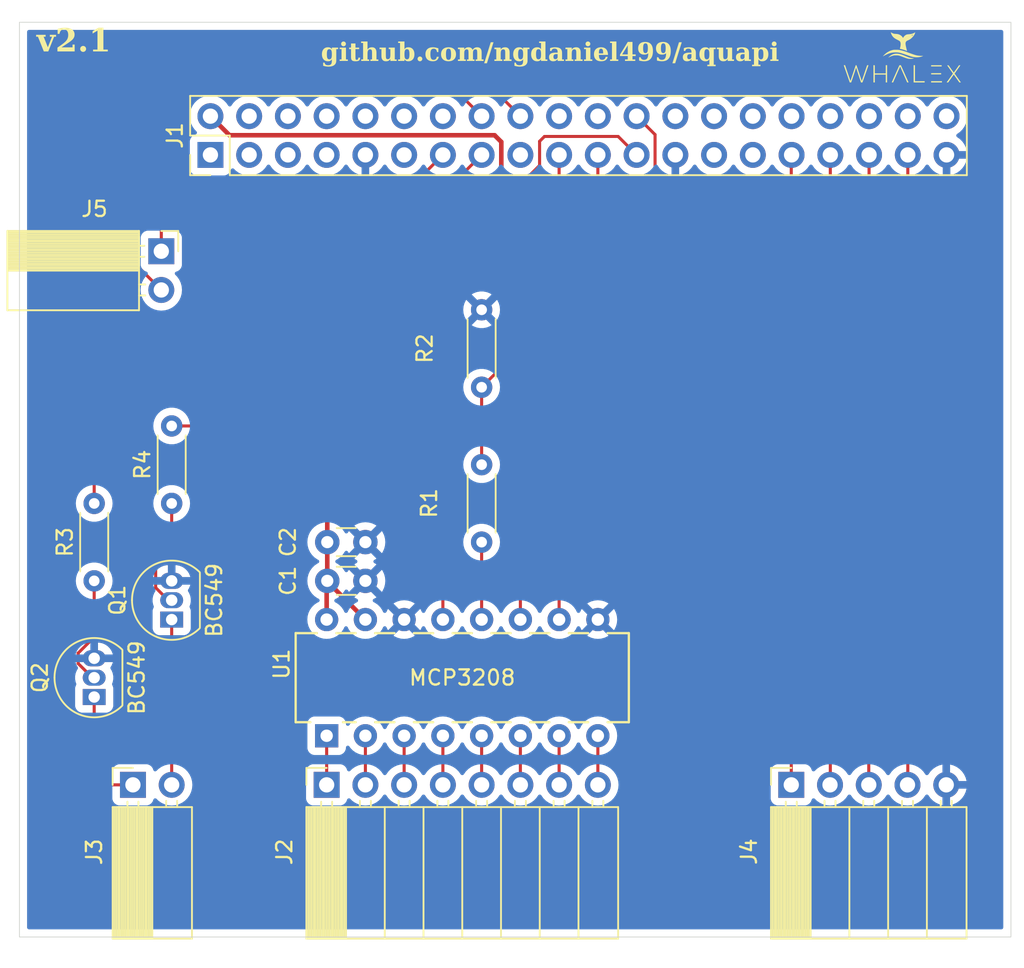
<source format=kicad_pcb>
(kicad_pcb (version 20240108) (generator "pcbnew") (generator_version "8.0")
  (layers (0 "F.Cu" signal) (31 "B.Cu" signal) (34 "B.Paste" user) (35 "F.Paste" user) (36 "B.SilkS" user "B.Silkscreen") (37 "F.SilkS" user "F.Silkscreen") (38 "B.Mask" user) (39 "F.Mask" user) (44 "Edge.Cuts" user))
  (net 0 "")
  (net 1 "GND")
  (net 2 "Net-(J1-Pin_2)")
  (net 11 "Net-(J1-Pin_37)")
  (net 13 "Net-(J1-Pin_31)")
  (net 15 "Net-(J1-Pin_18)")
  (net 17 "Net-(J1-Pin_15)")
  (net 18 "Net-(J1-Pin_19)")
  (net 20 "Net-(J1-Pin_24)")
  (net 23 "Net-(J1-Pin_21)")
  (net 25 "Net-(J1-Pin_16)")
  (net 26 "Net-(J1-Pin_23)")
  (net 30 "Net-(J1-Pin_33)")
  (net 32 "Net-(J1-Pin_35)")
  (net 36 "Net-(J1-Pin_13)")
  (net 39 "Net-(J2-Pin_8)")
  (net 40 "Net-(J2-Pin_2)")
  (net 41 "Net-(J2-Pin_5)")
  (net 42 "Net-(J2-Pin_3)")
  (net 43 "Net-(J2-Pin_7)")
  (net 44 "Net-(J2-Pin_1)")
  (net 45 "Net-(J2-Pin_6)")
  (net 46 "Net-(J2-Pin_4)")
  (net 47 "Net-(J3-Pin_2)")
  (net 48 "Net-(J3-Pin_1)")
  (net 49 "Net-(U1-Dout)")
  (net 50 "Net-(Q1-B)")
  (net 51 "Net-(Q2-B)")
  (footprint "Connector_PinSocket_2.54mm:PinSocket_1x05_P2.54mm_Horizontal" (layer "F.Cu") (at 134.6 117.52 90)
    (property "Reference" "J4" (at -4.38 -2.77 90) (layer "F.SilkS"))
    (property "Value" "Conn_01x05_Pin")
    (pad "1" thru_hole rect (at 0 0 90) (size 1.7 1.7) (drill 1) (layers "*.Cu" "*.Mask") (net 13 "Net-(J1-Pin_31)"))
    (pad "2" thru_hole oval (at 0 2.54 90) (size 1.7 1.7) (drill 1) (layers "*.Cu" "*.Mask") (net 30 "Net-(J1-Pin_33)"))
    (pad "3" thru_hole oval (at 0 5.08 90) (size 1.7 1.7) (drill 1) (layers "*.Cu" "*.Mask") (net 32 "Net-(J1-Pin_35)"))
    (pad "4" thru_hole oval (at 0 7.62 90) (size 1.7 1.7) (drill 1) (layers "*.Cu" "*.Mask") (net 11 "Net-(J1-Pin_37)"))
    (pad "5" thru_hole oval (at 0 10.16 90) (size 1.7 1.7) (drill 1) (layers "*.Cu" "*.Mask") (net 1 "GND"))
  )
  (footprint "Resistor_THT:R_Axial_DIN0204_L3.6mm_D1.6mm_P5.08mm_Horizontal" (layer "F.Cu") (at 114.3 96.52 -90)
    (property "Reference" "R1" (at 2.53 3.44 -90) (layer "F.SilkS"))
    (property "Value" "1k")
    (pad "1" thru_hole circle (at 0 0 270) (size 1.4 1.4) (drill 0.7) (layers "*.Cu" "*.Mask") (net 23 "Net-(J1-Pin_21)"))
    (pad "2" thru_hole oval (at 5.08 0 270) (size 1.4 1.4) (drill 0.7) (layers "*.Cu" "*.Mask") (net 49 "Net-(U1-Dout)"))
  )
  (footprint "Resistor_THT:R_Axial_DIN0204_L3.6mm_D1.6mm_P5.08mm_Horizontal" (layer "F.Cu") (at 114.3 86.36 -90)
    (property "Reference" "R2" (at 2.54 3.73 -90) (layer "F.SilkS"))
    (property "Value" "2k")
    (pad "1" thru_hole circle (at 0 0 270) (size 1.4 1.4) (drill 0.7) (layers "*.Cu" "*.Mask") (net 1 "GND"))
    (pad "2" thru_hole oval (at 5.08 0 270) (size 1.4 1.4) (drill 0.7) (layers "*.Cu" "*.Mask") (net 23 "Net-(J1-Pin_21)"))
  )
  (footprint "Connector_PinSocket_2.54mm:PinSocket_1x02_P2.54mm_Horizontal" (layer "F.Cu") (at 91.44 117.52 90)
    (property "Reference" "J3" (at -4.4 -2.54 90) (layer "F.SilkS"))
    (property "Value" "Conn_01x02_Pin")
    (pad "1" thru_hole rect (at 0 0 90) (size 1.7 1.7) (drill 1) (layers "*.Cu" "*.Mask") (net 48 "Net-(J3-Pin_1)"))
    (pad "2" thru_hole oval (at 0 2.54 90) (size 1.7 1.7) (drill 1) (layers "*.Cu" "*.Mask") (net 47 "Net-(J3-Pin_2)"))
  )
  (footprint "Connector_PinSocket_2.54mm:PinSocket_1x08_P2.54mm_Horizontal" (layer "F.Cu") (at 104.14 117.52 90)
    (property "Reference" "J2" (at -4.4 -2.77 90) (layer "F.SilkS"))
    (property "Value" "Conn_01x08_Pin")
    (pad "1" thru_hole rect (at 0 0 90) (size 1.7 1.7) (drill 1) (layers "*.Cu" "*.Mask") (net 44 "Net-(J2-Pin_1)"))
    (pad "2" thru_hole oval (at 0 2.54 90) (size 1.7 1.7) (drill 1) (layers "*.Cu" "*.Mask") (net 40 "Net-(J2-Pin_2)"))
    (pad "3" thru_hole oval (at 0 5.08 90) (size 1.7 1.7) (drill 1) (layers "*.Cu" "*.Mask") (net 42 "Net-(J2-Pin_3)"))
    (pad "4" thru_hole oval (at 0 7.62 90) (size 1.7 1.7) (drill 1) (layers "*.Cu" "*.Mask") (net 46 "Net-(J2-Pin_4)"))
    (pad "5" thru_hole oval (at 0 10.16 90) (size 1.7 1.7) (drill 1) (layers "*.Cu" "*.Mask") (net 41 "Net-(J2-Pin_5)"))
    (pad "6" thru_hole oval (at 0 12.7 90) (size 1.7 1.7) (drill 1) (layers "*.Cu" "*.Mask") (net 45 "Net-(J2-Pin_6)"))
    (pad "7" thru_hole oval (at 0 15.24 90) (size 1.7 1.7) (drill 1) (layers "*.Cu" "*.Mask") (net 43 "Net-(J2-Pin_7)"))
    (pad "8" thru_hole oval (at 0 17.78 90) (size 1.7 1.7) (drill 1) (layers "*.Cu" "*.Mask") (net 39 "Net-(J2-Pin_8)"))
  )
  (footprint "wXlogo:whaleXlogo" (layer "F.Cu") (at 141.874067 69.85257)
    (property "Reference" "G***" (hide yes))
    (property "Value" "LOGO" (hide yes))
  )
  (footprint "Resistor_THT:R_Axial_DIN0204_L3.6mm_D1.6mm_P5.08mm_Horizontal" (layer "F.Cu") (at 93.98 99.06 90)
    (property "Reference" "R4" (at 2.54 -1.92 90) (layer "F.SilkS"))
    (property "Value" "1k")
    (pad "1" thru_hole circle (at 0 0 90) (size 1.4 1.4) (drill 0.7) (layers "*.Cu" "*.Mask") (net 50 "Net-(Q1-B)"))
    (pad "2" thru_hole oval (at 5.08 0 90) (size 1.4 1.4) (drill 0.7) (layers "*.Cu" "*.Mask") (net 17 "Net-(J1-Pin_15)"))
  )
  (footprint "Capacitor_THT:C_Disc_D3.0mm_W1.6mm_P2.50mm" (layer "F.Cu") (at 106.68 101.6 180)
    (property "Reference" "C2" (at 5.08 0 -90) (layer "F.SilkS"))
    (property "Value" "1uF")
    (pad "1" thru_hole circle (at 0 0 180) (size 1.6 1.6) (drill 0.8) (layers "*.Cu" "*.Mask") (net 1 "GND"))
    (pad "2" thru_hole circle (at 2.5 0 180) (size 1.6 1.6) (drill 0.8) (layers "*.Cu" "*.Mask") (net 2 "Net-(J1-Pin_2)"))
  )
  (footprint "Connector_PinSocket_2.54mm:PinSocket_1x02_P2.54mm_Horizontal" (layer "F.Cu") (at 93.3 82.52)
    (property "Reference" "J5" (at -4.38 -2.77 0) (layer "F.SilkS"))
    (property "Value" "Conn_01x02")
    (pad "1" thru_hole rect (at 0 0) (size 1.7 1.7) (drill 1) (layers "*.Cu" "*.Mask") (net 25 "Net-(J1-Pin_16)"))
    (pad "2" thru_hole oval (at 0 2.54) (size 1.7 1.7) (drill 1) (layers "*.Cu" "*.Mask") (net 15 "Net-(J1-Pin_18)"))
  )
  (footprint "Connector_PinHeader_2.54mm:PinHeader_2x20_P2.54mm_Vertical" (layer "F.Cu") (at 96.52 76.2 90)
    (property "Reference" "J1" (at 1.27 -2.33 90) (layer "F.SilkS"))
    (property "Value" "Conn_02x20_Odd_Even")
    (pad "1" thru_hole rect (at 0 0 90) (size 1.7 1.7) (drill 1) (layers "*.Cu" "*.Mask"))
    (pad "2" thru_hole oval (at 2.54 0 90) (size 1.7 1.7) (drill 1) (layers "*.Cu" "*.Mask") (net 2 "Net-(J1-Pin_2)"))
    (pad "3" thru_hole oval (at 0 2.54 90) (size 1.7 1.7) (drill 1) (layers "*.Cu" "*.Mask"))
    (pad "4" thru_hole oval (at 2.54 2.54 90) (size 1.7 1.7) (drill 1) (layers "*.Cu" "*.Mask"))
    (pad "5" thru_hole oval (at 0 5.08 90) (size 1.7 1.7) (drill 1) (layers "*.Cu" "*.Mask"))
    (pad "6" thru_hole oval (at 2.54 5.08 90) (size 1.7 1.7) (drill 1) (layers "*.Cu" "*.Mask"))
    (pad "7" thru_hole oval (at 0 7.62 90) (size 1.7 1.7) (drill 1) (layers "*.Cu" "*.Mask"))
    (pad "8" thru_hole oval (at 2.54 7.62 90) (size 1.7 1.7) (drill 1) (layers "*.Cu" "*.Mask"))
    (pad "9" thru_hole oval (at 0 10.16 90) (size 1.7 1.7) (drill 1) (layers "*.Cu" "*.Mask") (net 1 "GND"))
    (pad "10" thru_hole oval (at 2.54 10.16 90) (size 1.7 1.7) (drill 1) (layers "*.Cu" "*.Mask"))
    (pad "11" thru_hole oval (at 0 12.7 90) (size 1.7 1.7) (drill 1) (layers "*.Cu" "*.Mask"))
    (pad "12" thru_hole oval (at 2.54 12.7 90) (size 1.7 1.7) (drill 1) (layers "*.Cu" "*.Mask"))
    (pad "13" thru_hole oval (at 0 15.24 90) (size 1.7 1.7) (drill 1) (layers "*.Cu" "*.Mask") (net 36 "Net-(J1-Pin_13)"))
    (pad "14" thru_hole oval (at 2.54 15.24 90) (size 1.7 1.7) (drill 1) (layers "*.Cu" "*.Mask"))
    (pad "15" thru_hole oval (at 0 17.78 90) (size 1.7 1.7) (drill 1) (layers "*.Cu" "*.Mask") (net 17 "Net-(J1-Pin_15)"))
    (pad "16" thru_hole oval (at 2.54 17.78 90) (size 1.7 1.7) (drill 1) (layers "*.Cu" "*.Mask") (net 25 "Net-(J1-Pin_16)"))
    (pad "17" thru_hole oval (at 0 20.32 90) (size 1.7 1.7) (drill 1) (layers "*.Cu" "*.Mask"))
    (pad "18" thru_hole oval (at 2.54 20.32 90) (size 1.7 1.7) (drill 1) (layers "*.Cu" "*.Mask") (net 15 "Net-(J1-Pin_18)"))
    (pad "19" thru_hole oval (at 0 22.86 90) (size 1.7 1.7) (drill 1) (layers "*.Cu" "*.Mask") (net 18 "Net-(J1-Pin_19)"))
    (pad "20" thru_hole oval (at 2.54 22.86 90) (size 1.7 1.7) (drill 1) (layers "*.Cu" "*.Mask"))
    (pad "21" thru_hole oval (at 0 25.4 90) (size 1.7 1.7) (drill 1) (layers "*.Cu" "*.Mask") (net 23 "Net-(J1-Pin_21)"))
    (pad "22" thru_hole oval (at 2.54 25.4 90) (size 1.7 1.7) (drill 1) (layers "*.Cu" "*.Mask"))
    (pad "23" thru_hole oval (at 0 27.94 90) (size 1.7 1.7) (drill 1) (layers "*.Cu" "*.Mask") (net 26 "Net-(J1-Pin_23)"))
    (pad "24" thru_hole oval (at 2.54 27.94 90) (size 1.7 1.7) (drill 1) (layers "*.Cu" "*.Mask") (net 20 "Net-(J1-Pin_24)"))
    (pad "25" thru_hole oval (at 0 30.48 90) (size 1.7 1.7) (drill 1) (layers "*.Cu" "*.Mask") (net 1 "GND"))
    (pad "26" thru_hole oval (at 2.54 30.48 90) (size 1.7 1.7) (drill 1) (layers "*.Cu" "*.Mask"))
    (pad "27" thru_hole oval (at 0 33.02 90) (size 1.7 1.7) (drill 1) (layers "*.Cu" "*.Mask"))
    (pad "28" thru_hole oval (at 2.54 33.02 90) (size 1.7 1.7) (drill 1) (layers "*.Cu" "*.Mask"))
    (pad "29" thru_hole oval (at 0 35.56 90) (size 1.7 1.7) (drill 1) (layers "*.Cu" "*.Mask"))
    (pad "30" thru_hole oval (at 2.54 35.56 90) (size 1.7 1.7) (drill 1) (layers "*.Cu" "*.Mask"))
    (pad "31" thru_hole oval (at 0 38.1 90) (size 1.7 1.7) (drill 1) (layers "*.Cu" "*.Mask") (net 13 "Net-(J1-Pin_31)"))
    (pad "32" thru_hole oval (at 2.54 38.1 90) (size 1.7 1.7) (drill 1) (layers "*.Cu" "*.Mask"))
    (pad "33" thru_hole oval (at 0 40.64 90) (size 1.7 1.7) (drill 1) (layers "*.Cu" "*.Mask") (net 30 "Net-(J1-Pin_33)"))
    (pad "34" thru_hole oval (at 2.54 40.64 90) (size 1.7 1.7) (drill 1) (layers "*.Cu" "*.Mask"))
    (pad "35" thru_hole oval (at 0 43.18 90) (size 1.7 1.7) (drill 1) (layers "*.Cu" "*.Mask") (net 32 "Net-(J1-Pin_35)"))
    (pad "36" thru_hole oval (at 2.54 43.18 90) (size 1.7 1.7) (drill 1) (layers "*.Cu" "*.Mask"))
    (pad "37" thru_hole oval (at 0 45.72 90) (size 1.7 1.7) (drill 1) (layers "*.Cu" "*.Mask") (net 11 "Net-(J1-Pin_37)"))
    (pad "38" thru_hole oval (at 2.54 45.72 90) (size 1.7 1.7) (drill 1) (layers "*.Cu" "*.Mask"))
    (pad "39" thru_hole oval (at 0 48.26 90) (size 1.7 1.7) (drill 1) (layers "*.Cu" "*.Mask") (net 1 "GND"))
    (pad "40" thru_hole oval (at 2.54 48.26 90) (size 1.7 1.7) (drill 1) (layers "*.Cu" "*.Mask"))
  )
  (footprint "Resistor_THT:R_Axial_DIN0204_L3.6mm_D1.6mm_P5.08mm_Horizontal" (layer "F.Cu") (at 88.9 104.14 90)
    (property "Reference" "R3" (at 2.54 -1.92 90) (layer "F.SilkS"))
    (property "Value" "1k")
    (pad "1" thru_hole circle (at 0 0 90) (size 1.4 1.4) (drill 0.7) (layers "*.Cu" "*.Mask") (net 51 "Net-(Q2-B)"))
    (pad "2" thru_hole oval (at 5.08 0 90) (size 1.4 1.4) (drill 0.7) (layers "*.Cu" "*.Mask") (net 36 "Net-(J1-Pin_13)"))
  )
  (footprint "Package_TO_SOT_THT:TO-92_Inline" (layer "F.Cu") (at 88.9 111.76 90)
    (property "Reference" "Q2" (at 1.27 -3.56 90) (layer "F.SilkS"))
    (property "Value" "BC549" (at 1.27 2.79 90) (layer "F.SilkS"))
    (pad "1" thru_hole rect (at 0 0 90) (size 1.05 1.5) (drill 0.75) (layers "*.Cu" "*.Mask") (net 48 "Net-(J3-Pin_1)"))
    (pad "2" thru_hole oval (at 1.27 0 90) (size 1.05 1.5) (drill 0.75) (layers "*.Cu" "*.Mask") (net 51 "Net-(Q2-B)"))
    (pad "3" thru_hole oval (at 2.54 0 90) (size 1.05 1.5) (drill 0.75) (layers "*.Cu" "*.Mask") (net 1 "GND"))
  )
  (footprint "Package_TO_SOT_THT:TO-92_Inline" (layer "F.Cu") (at 93.98 106.68 90)
    (property "Reference" "Q1" (at 1.27 -3.56 90) (layer "F.SilkS"))
    (property "Value" "BC549" (at 1.27 2.79 90) (layer "F.SilkS"))
    (pad "1" thru_hole rect (at 0 0 90) (size 1.05 1.5) (drill 0.75) (layers "*.Cu" "*.Mask") (net 47 "Net-(J3-Pin_2)"))
    (pad "2" thru_hole oval (at 1.27 0 90) (size 1.05 1.5) (drill 0.75) (layers "*.Cu" "*.Mask") (net 50 "Net-(Q1-B)"))
    (pad "3" thru_hole oval (at 2.54 0 90) (size 1.05 1.5) (drill 0.75) (layers "*.Cu" "*.Mask") (net 1 "GND"))
  )
  (footprint "mcp3208:PDIP16_300MC_MCH" (layer "F.Cu") (at 104.14 114.3 90)
    (property "Reference" "U1" (at 4.7 -2.95 90) (layer "F.SilkS"))
    (property "Value" "MCP3208" (at 3.81 8.89 0) (layer "F.SilkS"))
    (pad "1" thru_hole rect (at 0 0 90) (size 1.524 1.524) (drill 0.8128) (layers "*.Cu" "*.Mask") (net 44 "Net-(J2-Pin_1)"))
    (pad "2" thru_hole circle (at 0 2.54 90) (size 1.524 1.524) (drill 0.8128) (layers "*.Cu" "*.Mask") (net 40 "Net-(J2-Pin_2)"))
    (pad "3" thru_hole circle (at 0 5.08 90) (size 1.524 1.524) (drill 0.8128) (layers "*.Cu" "*.Mask") (net 42 "Net-(J2-Pin_3)"))
    (pad "4" thru_hole circle (at 0 7.62 90) (size 1.524 1.524) (drill 0.8128) (layers "*.Cu" "*.Mask") (net 46 "Net-(J2-Pin_4)"))
    (pad "5" thru_hole circle (at 0 10.16 90) (size 1.524 1.524) (drill 0.8128) (layers "*.Cu" "*.Mask") (net 41 "Net-(J2-Pin_5)"))
    (pad "6" thru_hole circle (at 0 12.7 90) (size 1.524 1.524) (drill 0.8128) (layers "*.Cu" "*.Mask") (net 45 "Net-(J2-Pin_6)"))
    (pad "7" thru_hole circle (at 0 15.24 90) (size 1.524 1.524) (drill 0.8128) (layers "*.Cu" "*.Mask") (net 43 "Net-(J2-Pin_7)"))
    (pad "8" thru_hole circle (at 0 17.78 90) (size 1.524 1.524) (drill 0.8128) (layers "*.Cu" "*.Mask") (net 39 "Net-(J2-Pin_8)"))
    (pad "9" thru_hole circle (at 7.62 17.78 90) (size 1.524 1.524) (drill 0.8128) (layers "*.Cu" "*.Mask") (net 1 "GND"))
    (pad "10" thru_hole circle (at 7.62 15.24 90) (size 1.524 1.524) (drill 0.8128) (layers "*.Cu" "*.Mask") (net 20 "Net-(J1-Pin_24)"))
    (pad "11" thru_hole circle (at 7.62 12.7 90) (size 1.524 1.524) (drill 0.8128) (layers "*.Cu" "*.Mask") (net 18 "Net-(J1-Pin_19)"))
    (pad "12" thru_hole circle (at 7.62 10.16 90) (size 1.524 1.524) (drill 0.8128) (layers "*.Cu" "*.Mask") (net 49 "Net-(U1-Dout)"))
    (pad "13" thru_hole circle (at 7.62 7.62 90) (size 1.524 1.524) (drill 0.8128) (layers "*.Cu" "*.Mask") (net 26 "Net-(J1-Pin_23)"))
    (pad "14" thru_hole circle (at 7.62 5.08 90) (size 1.524 1.524) (drill 0.8128) (layers "*.Cu" "*.Mask") (net 1 "GND"))
    (pad "15" thru_hole circle (at 7.62 2.54 90) (size 1.524 1.524) (drill 0.8128) (layers "*.Cu" "*.Mask") (net 2 "Net-(J1-Pin_2)"))
    (pad "16" thru_hole circle (at 7.62 0 90) (size 1.524 1.524) (drill 0.8128) (layers "*.Cu" "*.Mask") (net 2 "Net-(J1-Pin_2)"))
  )
  (footprint "Capacitor_THT:C_Disc_D3.0mm_W1.6mm_P2.50mm" (layer "F.Cu") (at 106.68 104.14 180)
    (property "Reference" "C1" (at 5.08 0 -90) (layer "F.SilkS"))
    (property "Value" "100nF")
    (pad "1" thru_hole circle (at 0 0 180) (size 1.6 1.6) (drill 0.8) (layers "*.Cu" "*.Mask") (net 1 "GND"))
    (pad "2" thru_hole circle (at 2.5 0 180) (size 1.6 1.6) (drill 0.8) (layers "*.Cu" "*.Mask") (net 2 "Net-(J1-Pin_2)"))
  )
  (gr_line (start 104.14 117.52) (end 104.14 114.3) (stroke (width 0.2)) (layer "F.Cu") (net 44))
  (gr_rect (start 84 67.5) (end 149 127.5) (stroke (width 0.05)) (fill none) (layer "Edge.Cuts"))
  (gr_text "v2.1\n\n" (at 85.13 72.19 0) (layer "F.SilkS") (effects (font (size 1.5 1.5) (thickness 0.3) (bold yes)) (justify left bottom)))
  (gr_text "github.com/ngdaniel499/aquapi" (at 103.76 70.24 0) (layer "F.SilkS") (effects (font (size 1.2 1.2) (thickness 0.3) (bold yes)) (justify left bottom)))
  (segment (start 144.78 78.74) (end 144.76 78.76) (width 0.2) (layer "F.Cu") (net 1))
  (segment (start 144.78 76.2) (end 144.78 78.74) (width 0.4) (layer "F.Cu") (net 1))
  (segment (start 144.76 78.76) (end 144.76 117.52) (width 0.4) (layer "F.Cu") (net 1))
  (segment (start 104.18 104.18) (end 104.18 104.14) (width 0.2) (layer "F.Cu") (net 2))
  (segment (start 115.15 74.91) (end 97.77 74.91) (width 0.3) (layer "F.Cu") (net 2))
  (segment (start 104.18 88.47) (end 115.59 77.06) (width 0.3) (layer "F.Cu") (net 2))
  (segment (start 104.18 104.14) (end 104.18 101.6) (width 0.3) (layer "F.Cu") (net 2))
  (segment (start 104.18 101.6) (end 104.18 88.47) (width 0.3) (layer "F.Cu") (net 2))
  (segment (start 104.14 106.68) (end 104.14 104.18) (width 0.3) (layer "F.Cu") (net 2))
  (segment (start 115.59 77.06) (end 115.59 75.35) (width 0.3) (layer "F.Cu") (net 2))
  (segment (start 115.59 75.35) (end 115.15 74.91) (width 0.3) (layer "F.Cu") (net 2))
  (segment (start 104.14 104.14) (end 104.18 104.1) (width 0.2) (layer "F.Cu") (net 2))
  (segment (start 104.14 104.18) (end 104.18 104.14) (width 0.2) (layer "F.Cu") (net 2))
  (segment (start 106.68 106.68) (end 104.18 104.18) (width 0.3) (layer "F.Cu") (net 2))
  (segment (start 97.77 74.91) (end 96.52 73.66) (width 0.3) (layer "F.Cu") (net 2))
  (segment (start 142.24 117.5) (end 142.22 117.52) (width 0.2) (layer "F.Cu") (net 11))
  (segment (start 142.24 76.2) (end 142.24 117.5) (width 0.2) (layer "F.Cu") (net 11))
  (segment (start 134.6 76.22) (end 134.62 76.2) (width 0.2) (layer "F.Cu") (net 13))
  (segment (start 134.6 117.52) (end 134.6 76.22) (width 0.2) (layer "F.Cu") (net 13))
  (segment (start 116.84 73.66) (end 114.41 71.23) (width 0.2) (layer "F.Cu") (net 15))
  (segment (start 94.45 71.23) (end 91.44 74.24) (width 0.2) (layer "F.Cu") (net 15))
  (segment (start 114.41 71.23) (end 94.45 71.23) (width 0.2) (layer "F.Cu") (net 15))
  (segment (start 91.44 74.24) (end 91.44 83.2) (width 0.2) (layer "F.Cu") (net 15))
  (segment (start 91.44 83.2) (end 93.3 85.06) (width 0.2) (layer "F.Cu") (net 15))
  (segment (start 114.3 76.2) (end 96.52 93.98) (width 0.2) (layer "F.Cu") (net 17))
  (segment (start 96.52 93.98) (end 93.98 93.98) (width 0.2) (layer "F.Cu") (net 17))
  (segment (start 119.38 78.55) (end 119.38 76.2) (width 0.2) (layer "F.Cu") (net 18))
  (segment (start 116.84 99.32) (end 116.87 99.29) (width 0.2) (layer "F.Cu") (net 18))
  (segment (start 113.11 99.29) (end 112.36 98.54) (width 0.2) (layer "F.Cu") (net 18))
  (segment (start 112.33 85.6) (end 119.38 78.55) (width 0.2) (layer "F.Cu") (net 18))
  (segment (start 112.36 98.54) (end 112.33 98.54) (width 0.2) (layer "F.Cu") (net 18))
  (segment (start 112.33 98.54) (end 112.33 85.6) (width 0.2) (layer "F.Cu") (net 18))
  (segment (start 116.87 99.29) (end 113.11 99.29) (width 0.2) (layer "F.Cu") (net 18))
  (segment (start 116.84 106.68) (end 116.84 99.32) (width 0.2) (layer "F.Cu") (net 18))
  (segment (start 124.98 85.84) (end 119.38 91.44) (width 0.2) (layer "F.Cu") (net 20))
  (segment (start 125.67 74.87) (end 125.67 85.15) (width 0.2) (layer "F.Cu") (net 20))
  (segment (start 125.67 85.15) (end 124.98 85.84) (width 0.2) (layer "F.Cu") (net 20))
  (segment (start 124.46 73.66) (end 125.67 74.87) (width 0.2) (layer "F.Cu") (net 20))
  (segment (start 119.38 91.44) (end 119.38 106.68) (width 0.2) (layer "F.Cu") (net 20))
  (segment (start 121.92 83.82) (end 114.3 91.44) (width 0.2) (layer "F.Cu") (net 23))
  (segment (start 114.3 93.98) (end 114.3 91.44) (width 0.2) (layer "F.Cu") (net 23))
  (segment (start 114.3 96.52) (end 114.3 93.98) (width 0.2) (layer "F.Cu") (net 23))
  (segment (start 121.92 76.2) (end 121.92 83.82) (width 0.2) (layer "F.Cu") (net 23))
  (segment (start 93.3 82.52) (end 93.3 73.72) (width 0.2) (layer "F.Cu") (net 25))
  (segment (start 112.69 72.05) (end 114.3 73.66) (width 0.2) (layer "F.Cu") (net 25))
  (segment (start 93.3 73.72) (end 94.97 72.05) (width 0.2) (layer "F.Cu") (net 25))
  (segment (start 94.97 72.05) (end 112.69 72.05) (width 0.2) (layer "F.Cu") (net 25))
  (segment (start 111.76 100.7) (end 111.76 106.68) (width 0.2) (layer "F.Cu") (net 26))
  (segment (start 118.1 76.89) (end 110.12 84.87) (width 0.2) (layer "F.Cu") (net 26))
  (segment (start 110.12 84.87) (end 110.12 99.06) (width 0.2) (layer "F.Cu") (net 26))
  (segment (start 110.12 99.06) (end 111.76 100.7) (width 0.2) (layer "F.Cu") (net 26))
  (segment (start 118.1 75.31) (end 118.1 76.89) (width 0.2) (layer "F.Cu") (net 26))
  (segment (start 124.46 76.2) (end 123.25 74.99) (width 0.2) (layer "F.Cu") (net 26))
  (segment (start 123.25 74.99) (end 118.42 74.99) (width 0.2) (layer "F.Cu") (net 26))
  (segment (start 118.42 74.99) (end 118.1 75.31) (width 0.2) (layer "F.Cu") (net 26))
  (segment (start 137.16 117.5) (end 137.14 117.52) (width 0.2) (layer "F.Cu") (net 30))
  (segment (start 137.16 76.2) (end 137.16 117.5) (width 0.2) (layer "F.Cu") (net 30))
  (segment (start 139.7 78.74) (end 139.68 78.76) (width 0.2) (layer "F.Cu") (net 32))
  (segment (start 139.68 78.76) (end 139.68 117.52) (width 0.2) (layer "F.Cu") (net 32))
  (segment (start 139.7 76.2) (end 139.7 78.74) (width 0.2) (layer "F.Cu") (net 32))
  (segment (start 94.35 91.21) (end 88.9 96.66) (width 0.2) (layer "F.Cu") (net 36))
  (segment (start 96.75 91.21) (end 94.35 91.21) (width 0.2) (layer "F.Cu") (net 36))
  (segment (start 88.9 96.66) (end 88.9 99.06) (width 0.2) (layer "F.Cu") (net 36))
  (segment (start 111.76 76.2) (end 96.75 91.21) (width 0.2) (layer "F.Cu") (net 36))
  (segment (start 88.9 96.52) (end 88.9 96.66) (width 0.2) (layer "F.Cu") (net 36))
  (segment (start 121.92 114.3) (end 121.92 117.52) (width 0.2) (layer "F.Cu") (net 39))
  (segment (start 106.68 117.52) (end 106.68 114.3) (width 0.2) (layer "F.Cu") (net 40))
  (segment (start 114.3 117.52) (end 114.3 114.3) (width 0.2) (layer "F.Cu") (net 41))
  (segment (start 109.22 117.52) (end 109.22 114.3) (width 0.2) (layer "F.Cu") (net 42))
  (segment (start 119.38 117.52) (end 119.38 114.3) (width 0.2) (layer "F.Cu") (net 43))
  (segment (start 116.84 114.3) (end 116.84 117.52) (width 0.2) (layer "F.Cu") (net 45))
  (segment (start 111.76 114.3) (end 111.76 117.52) (width 0.2) (layer "F.Cu") (net 46))
  (segment (start 93.98 117.52) (end 93.98 106.68) (width 0.2) (layer "F.Cu") (net 47))
  (segment (start 91.44 117.52) (end 89.58 117.52) (width 0.2) (layer "F.Cu") (net 48))
  (segment (start 88.9 116.84) (end 88.9 111.76) (width 0.2) (layer "F.Cu") (net 48))
  (segment (start 89.58 117.52) (end 88.9 116.84) (width 0.2) (layer "F.Cu") (net 48))
  (segment (start 114.3 106.68) (end 114.3 101.6) (width 0.2) (layer "F.Cu") (net 49))
  (segment (start 92.93 102.65) (end 93.98 101.6) (width 0.2) (layer "F.Cu") (net 50))
  (segment (start 93.755 105.41) (end 92.93 104.585) (width 0.2) (layer "F.Cu") (net 50))
  (segment (start 93.98 101.6) (end 93.98 99.06) (width 0.2) (layer "F.Cu") (net 50))
  (segment (start 92.93 104.585) (end 92.93 102.65) (width 0.2) (layer "F.Cu") (net 50))
  (segment (start 93.98 105.41) (end 93.755 105.41) (width 0.2) (layer "F.Cu") (net 50))
  (segment (start 88.9 107.828274) (end 87.85 108.878274) (width 0.2) (layer "F.Cu") (net 51))
  (segment (start 87.85 109.561726) (end 88.778274 110.49) (width 0.2) (layer "F.Cu") (net 51))
  (segment (start 87.85 108.878274) (end 87.85 109.561726) (width 0.2) (layer "F.Cu") (net 51))
  (segment (start 88.9 104.14) (end 88.9 107.828274) (width 0.2) (layer "F.Cu") (net 51))
  (segment (start 88.778274 110.49) (end 88.9 110.49) (width 0.2) (layer "F.Cu") (net 51))
  (zone (net 1) (net_name "GND") (layer "B.Cu") (connect_pads (clearance 0.5)) (min_thickness 0.25) (fill yes (thermal_gap 0.5) (thermal_bridge_width 0.5))
    (polygon (pts (xy 83.82 66.04) (xy 149.86 66.04) (xy 149.86 129.54) (xy 83.82 129.54)))
  )
)
</source>
